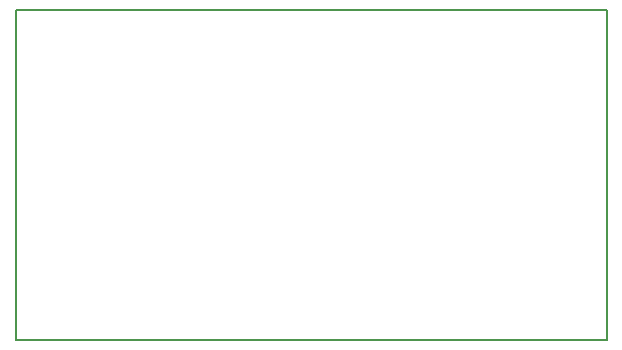
<source format=gm1>
G04*
G04 #@! TF.GenerationSoftware,Altium Limited,Altium Designer,23.4.1 (23)*
G04*
G04 Layer_Color=16711935*
%FSLAX44Y44*%
%MOMM*%
G71*
G04*
G04 #@! TF.SameCoordinates,E4356CB4-9A03-4441-A28E-8BB409EA4FDF*
G04*
G04*
G04 #@! TF.FilePolarity,Positive*
G04*
G01*
G75*
%ADD10C,0.2000*%
D10*
X0Y0D02*
Y280000D01*
X500000D01*
X0Y0D02*
X500000D01*
Y280000D01*
M02*

</source>
